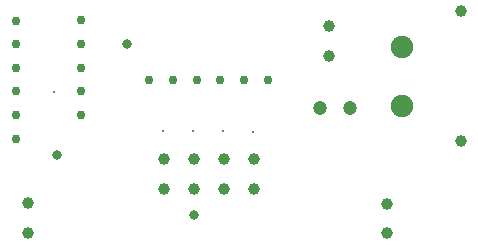
<source format=gbr>
%TF.GenerationSoftware,KiCad,Pcbnew,9.0.4*%
%TF.CreationDate,2025-09-10T18:41:32-07:00*%
%TF.ProjectId,Toolhead PCB,546f6f6c-6865-4616-9420-5043422e6b69,0.5*%
%TF.SameCoordinates,Original*%
%TF.FileFunction,Plated,1,2,PTH,Drill*%
%TF.FilePolarity,Positive*%
%FSLAX46Y46*%
G04 Gerber Fmt 4.6, Leading zero omitted, Abs format (unit mm)*
G04 Created by KiCad (PCBNEW 9.0.4) date 2025-09-10 18:41:32*
%MOMM*%
%LPD*%
G01*
G04 APERTURE LIST*
%TA.AperFunction,ViaDrill*%
%ADD10C,0.300000*%
%TD*%
%TA.AperFunction,ComponentDrill*%
%ADD11C,0.750000*%
%TD*%
%TA.AperFunction,ViaDrill*%
%ADD12C,0.800000*%
%TD*%
%TA.AperFunction,ComponentDrill*%
%ADD13C,1.000000*%
%TD*%
%TA.AperFunction,ComponentDrill*%
%ADD14C,1.200000*%
%TD*%
%TA.AperFunction,ComponentDrill*%
%ADD15C,1.900000*%
%TD*%
G04 APERTURE END LIST*
D10*
X103590000Y-58510000D03*
X112782455Y-61822067D03*
X115346770Y-61822067D03*
X117911085Y-61822067D03*
X120440000Y-61900000D03*
D11*
%TO.C,J3*%
X100330000Y-52480000D03*
X100330000Y-54480000D03*
X100330000Y-56480000D03*
X100330000Y-58480000D03*
X100330000Y-60480000D03*
X100330000Y-62480000D03*
%TO.C,J9*%
X105840000Y-52470000D03*
X105840000Y-54470000D03*
X105840000Y-56470000D03*
X105840000Y-58470000D03*
X105840000Y-60470000D03*
%TO.C,J2*%
X111640000Y-57480000D03*
X113640000Y-57480000D03*
X115640000Y-57480000D03*
X117640000Y-57480000D03*
X119640000Y-57480000D03*
X121640000Y-57480000D03*
%TD*%
D12*
X103790000Y-63830000D03*
X109740000Y-54440000D03*
X115430000Y-68960000D03*
D13*
%TO.C,J7*%
X101380000Y-67930000D03*
X101380000Y-70430000D03*
%TO.C,J10*%
X112840000Y-64230000D03*
X112840000Y-66770000D03*
X115380000Y-64230000D03*
X115380000Y-66770000D03*
X117920000Y-64230000D03*
X117920000Y-66770000D03*
X120460000Y-64230000D03*
X120460000Y-66770000D03*
%TO.C,J5*%
X126840000Y-52950000D03*
X126840000Y-55450000D03*
%TO.C,J6*%
X131785000Y-67990000D03*
X131785000Y-70490000D03*
%TO.C,J4*%
X138000000Y-51690000D03*
X138000000Y-62690000D03*
D14*
%TO.C,J1*%
X126100000Y-59890000D03*
X128640000Y-59890000D03*
D15*
%TO.C,J4*%
X133000000Y-54690000D03*
X133000000Y-59690000D03*
M02*

</source>
